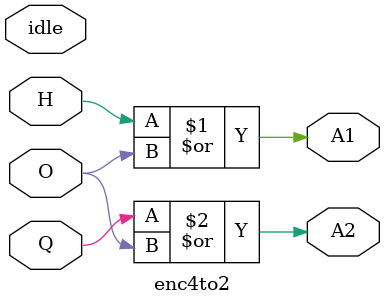
<source format=sv>
module enc4to2 (
	input logic idle, Q, H, O,
	output logic A1, A2
);

assign A1 = H | O;
assign A2 = Q | O;


endmodule


</source>
